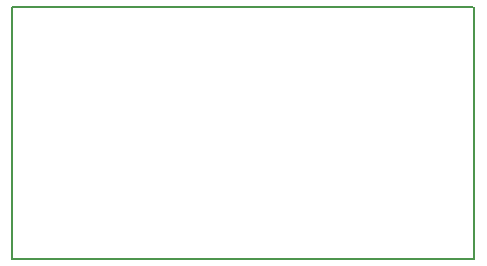
<source format=gbr>
G04 #@! TF.FileFunction,Profile,NP*
%FSLAX46Y46*%
G04 Gerber Fmt 4.6, Leading zero omitted, Abs format (unit mm)*
G04 Created by KiCad (PCBNEW 4.0.2-4+6225~38~ubuntu14.04.1-stable) date Sat 05 Mar 2016 02:02:49 PM PST*
%MOMM*%
G01*
G04 APERTURE LIST*
%ADD10C,0.100000*%
%ADD11C,0.150000*%
G04 APERTURE END LIST*
D10*
D11*
X175768000Y-100457000D02*
X175768000Y-79121000D01*
X136652000Y-100457000D02*
X175768000Y-100457000D01*
X136652000Y-79121000D02*
X136652000Y-100457000D01*
X175641000Y-79121000D02*
X136652000Y-79121000D01*
M02*

</source>
